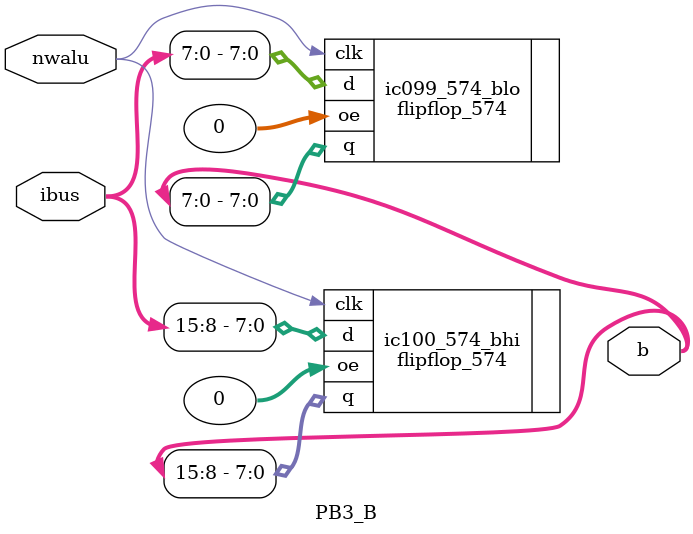
<source format=v>

`include "counter.v"
`include "buffer.v"
`include "vibrator.v"
`include "demux.v"
`include "flipflop.v"
`include "mux.v"

`timescale 1ns/1ps



module PB3_B(nwalu, ibus, b);

   input 	 nwalu;
   input [15:0]  ibus;

   output [15:0] b;

   flipflop_574 ic099_574_blo(.d(ibus[7:0]), .clk(nwalu), .oe(0), .q(b[7:0]));
   flipflop_574 ic100_574_bhi(.d(ibus[15:8]), .clk(nwalu), .oe(0), .q(b[15:8]));

endmodule // PB3_B



// End of file.

</source>
